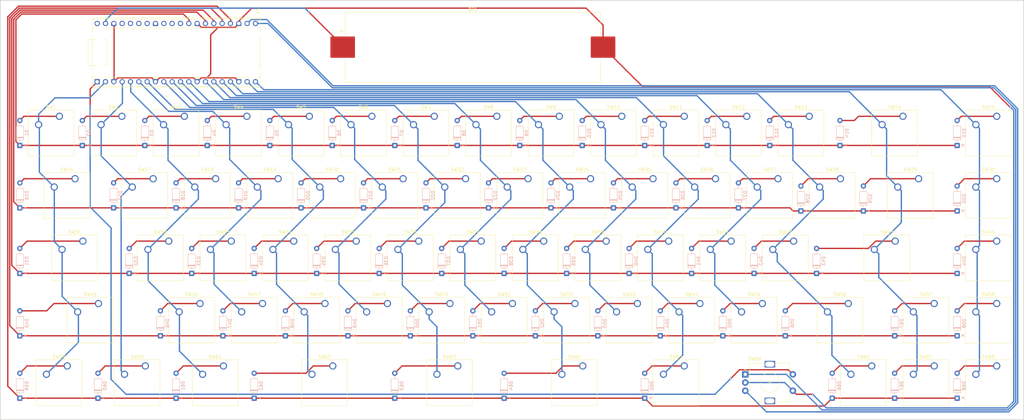
<source format=kicad_pcb>
(kicad_pcb (version 20241229) (generator "pcbnew") (generator_version "9.0")
  (layers (0 "F.Cu" signal) (2 "B.Cu" signal) (13 "F.Paste" user) (15 "B.Paste" user) (5 "F.SilkS" user "F.Silkscreen") (7 "B.SilkS" user "B.Silkscreen") (1 "F.Mask" user) (3 "B.Mask" user) (25 "Edge.Cuts" user))
  (net 0 "")
  (net 1 "Net-(BT1--)")
  (net 3 "Col10")
  (net 4 "Col12")
  (net 5 "Row5")
  (net 6 "Col15")
  (net 7 "Col1")
  (net 8 "Col9")
  (net 9 "Row1")
  (net 11 "Col5")
  (net 15 "Col7")
  (net 16 "Col11")
  (net 17 "Col13")
  (net 18 "Row4")
  (net 19 "Col14")
  (net 21 "Col4")
  (net 22 "Col3")
  (net 23 "Col2")
  (net 24 "Col6")
  (net 25 "Row3")
  (net 26 "Row2")
  (net 27 "Net-(A1-VSYS)")
  (net 28 "Col8")
  (net 30 "Net-(D1-A)")
  (net 31 "Net-(D2-A)")
  (net 32 "Net-(D3-A)")
  (net 33 "Net-(D4-A)")
  (net 34 "Net-(D5-A)")
  (net 35 "Net-(D6-A)")
  (net 36 "Net-(D7-A)")
  (net 37 "Net-(D8-A)")
  (net 38 "Net-(D9-A)")
  (net 39 "Net-(D10-A)")
  (net 40 "Net-(D11-A)")
  (net 41 "Net-(D12-A)")
  (net 42 "Net-(D13-A)")
  (net 43 "Net-(D14-A)")
  (net 44 "Net-(D15-A)")
  (net 45 "Net-(D16-A)")
  (net 46 "Net-(D17-A)")
  (net 47 "Net-(D18-A)")
  (net 48 "Net-(D19-A)")
  (net 49 "Net-(D20-A)")
  (net 50 "Net-(D21-A)")
  (net 51 "Net-(D22-A)")
  (net 52 "Net-(D23-A)")
  (net 53 "Net-(D24-A)")
  (net 54 "Net-(D25-A)")
  (net 55 "Net-(D26-A)")
  (net 56 "Net-(D27-A)")
  (net 57 "Net-(D28-A)")
  (net 58 "Net-(D29-A)")
  (net 59 "Net-(D30-A)")
  (net 60 "Net-(D31-A)")
  (net 61 "Net-(D32-A)")
  (net 62 "Net-(D33-A)")
  (net 63 "Net-(D34-A)")
  (net 64 "Net-(D35-A)")
  (net 65 "Net-(D36-A)")
  (net 66 "Net-(D37-A)")
  (net 67 "Net-(D38-A)")
  (net 68 "Net-(D39-A)")
  (net 69 "Net-(D40-A)")
  (net 70 "Net-(D41-A)")
  (net 71 "Net-(D42-A)")
  (net 72 "Net-(D43-A)")
  (net 73 "Net-(D44-A)")
  (net 74 "Net-(D45-A)")
  (net 75 "Net-(D46-A)")
  (net 76 "Net-(D47-A)")
  (net 77 "Net-(D48-A)")
  (net 78 "Net-(D49-A)")
  (net 79 "Net-(D50-A)")
  (net 80 "Net-(D51-A)")
  (net 81 "Net-(D52-A)")
  (net 82 "Net-(D53-A)")
  (net 83 "Net-(D54-A)")
  (net 84 "Net-(D55-A)")
  (net 85 "Net-(D56-A)")
  (net 86 "Net-(D57-A)")
  (net 87 "Net-(D58-A)")
  (net 88 "Net-(D59-A)")
  (net 89 "Net-(D60-A)")
  (net 90 "Net-(D61-A)")
  (net 91 "Net-(D62-A)")
  (net 92 "Net-(D63-A)")
  (net 93 "Net-(D64-A)")
  (net 94 "Net-(D65-A)")
  (net 95 "Net-(D66-A)")
  (net 96 "Net-(D67-A)")
  (net 97 "Net-(D68-A)")
  (net 98 "Net-(A1-GPIO0)")
  (net 99 "Net-(A1-GPIO16)")
  (net 100 "Net-(A1-GPIO17)")
  (footprint "Library:SW_Cherry_MX_1.00u_PCB_Model" (layer "F.Cu") (at 113.43 107.000625)
    (property "Reference" "SW48")
    (property "Value" "C")
  )
  (footprint "Library:SW_Cherry_MX_1.00u_PCB_Model" (layer "F.Cu") (at 132.48 107.000625)
    (property "Reference" "SW49")
    (property "Value" "V")
  )
  (footprint "Library:SW_Cherry_MX_1.00u_PCB_Model" (layer "F.Cu") (at 175.3425 68.900625)
    (property "Reference" "SW23")
    (property "Value" "U")
  )
  (footprint "Library:RotaryEncoder_Alps_EC11E-Switch_Vertical_H20mm_Model" (layer "F.Cu") (at 241.565 128.618125)
    (property "Reference" "SW69")
    (property "Value" "RotaryEncoder_Switch")
  )
  (footprint "Library:SW_Cherry_MX_1.00u_PCB_Model" (layer "F.Cu") (at 99.1425 68.900625)
    (property "Reference" "SW19")
    (property "Value" "E")
  )
  (footprint "Library:SW_Cherry_MX_1.00u_PCB_Model" (layer "F.Cu") (at 118.1925 68.900625)
    (property "Reference" "SW20")
    (property "Value" "R")
  )
  (footprint "Library:SW_Cherry_MX_1.00u_PCB_Model" (layer "F.Cu") (at 299.1675 126.050625)
    (property "Reference" "SW67")
    (property "Value" "down")
  )
  (footprint "Library:SW_Cherry_MX_1.00u_PCB_Model" (layer "F.Cu") (at 165.8175 49.850625)
    (property "Reference" "SW8")
    (property "Value" "7" (hide yes))
  )
  (footprint "Library:SW_Cherry_MX_1.75u_PCB_Model" (layer "F.Cu") (at 153.91125 126.050625)
    (property "Reference" "SW63")
    (property "Value" "func")
  )
  (footprint "Library:SW_Cherry_MX_1.00u_PCB_Model" (layer "F.Cu") (at 32.4675 49.850625)
    (property "Reference" "SW1")
    (property "Value" "esc")
  )
  (footprint "Library:SW_Cherry_MX_1.00u_PCB_Model" (layer "F.Cu") (at 280.1175 126.050625)
    (property "Reference" "SW66")
    (property "Value" "left")
  )
  (footprint "Library:SW_Cherry_MX_2.25u_PCB_Model" (layer "F.Cu") (at 44.37375 107.000625)
    (property "Reference" "SW45")
    (property "Value" "shift")
  )
  (footprint "Library:SW_Cherry_MX_1.00u_PCB_Model" (layer "F.Cu") (at 142.005 87.950625)
    (property "Reference" "SW36")
    (property "Value" "G")
  )
  (footprint "Library:SW_Cherry_MX_1.00u_PCB_Model" (layer "F.Cu") (at 242.0175 49.850625)
    (property "Reference" "SW12")
    (property "Value" "-")
  )
  (footprint "Library:SW_Cherry_MX_1.00u_PCB_Model" (layer "F.Cu") (at 318.2175 68.900625)
    (property "Reference" "SW30")
    (property "Value" "home")
  )
  (footprint "Library:SW_Cherry_MX_1.00u_PCB_Model" (layer "F.Cu") (at 180.105 87.950625)
    (property "Reference" "SW38")
    (property "Value" "J")
  )
  (footprint "Library:SW_Cherry_MX_1.00u_PCB_Model" (layer "F.Cu") (at 103.905 87.950625)
    (property "Reference" "SW34")
    (property "Value" "D")
  )
  (footprint "Library:SW_Cherry_MX_1.00u_PCB_Model" (layer "F.Cu") (at 156.2925 68.900625)
    (property "Reference" "SW22")
    (property "Value" "Y")
  )
  (footprint "Library:SW_Cherry_MX_1.00u_PCB_Model" (layer "F.Cu") (at 161.055 87.950625)
    (property "Reference" "SW37")
    (property "Value" "H")
  )
  (footprint "Library:SW_Cherry_MX_1.00u_PCB_Model" (layer "F.Cu") (at 318.2175 49.850625)
    (property "Reference" "SW15")
    (property "Value" "del")
  )
  (footprint "Library:SW_Cherry_MX_1.00u_PCB_Model" (layer "F.Cu") (at 108.6675 49.850625)
    (property "Reference" "SW5")
    (property "Value" "4")
  )
  (footprint "Library:SW_Cherry_MX_1.00u_PCB_Model" (layer "F.Cu") (at 94.38 107.000625)
    (property "Reference" "SW47")
    (property "Value" "X")
  )
  (footprint "Library:SW_Cherry_MX_2.00u_PCB_Model" (layer "F.Cu") (at 289.63625 49.850625)
    (property "Reference" "SW14")
    (property "Value" "Backspace")
  )
  (footprint "Library:SW_Cherry_MX_1.00u_PCB_Model" (layer "F.Cu") (at 70.5675 49.850625)
    (property "Reference" "SW3")
    (property "Value" "2")
  )
  (footprint "Library:SW_Cherry_MX_1.00u_PCB_Model" (layer "F.Cu") (at 261.0675 49.850625)
    (property "Reference" "SW13")
    (property "Value" "=")
  )
  (footprint "Library:SW_Cherry_MX_1.00u_PCB_Model" (layer "F.Cu") (at 318.2175 107.000625)
    (property "Reference" "SW58")
    (property "Value" "page down")
  )
  (footprint "Library:SW_Cherry_MX_1.00u_PCB_Model" (layer "F.Cu") (at 213.4425 68.900625)
    (property "Reference" "SW25")
    (property "Value" "O")
  )
  (footprint "Library:SW_Cherry_MX_1.00u_PCB_Model" (layer "F.Cu") (at 151.53 107.000625)
    (property "Reference" "SW50")
    (property "Value" "B")
  )
  (footprint "Library:SW_Cherry_MX_1.25u_PCB_Model" (layer "F.Cu") (at 34.84875 126.050625)
    (property "Reference" "SW59")
    (property "Value" "ctrl")
  )
  (footprint "Library:SW_Cherry_MX_1.50u_PCB_Model" (layer "F.Cu") (at 294.405 68.900625)
    (property "Reference" "SW29")
    (property "Value" "\\")
  )
  (footprint "Library:SW_Cherry_MX_1.00u_PCB_Model" (layer "F.Cu") (at 318.2175 87.950625)
    (property "Reference" "SW44")
    (property "Value" "page up")
  )
  (footprint "Library:SW_Cherry_MX_1.00u_PCB_Model" (layer "F.Cu") (at 127.7175 49.850625)
    (property "Reference" "SW6")
    (property "Value" "5")
  )
  (footprint "Library:SW_Cherry_MX_1.00u_PCB_Model" (layer "F.Cu") (at 75.33 107.000625)
    (property "Reference" "SW46")
    (property "Value" "Z")
  )
  (footprint "Library:SW_Cherry_MX_1.00u_PCB_Model" (layer "F.Cu") (at 184.8675 49.850625)
    (property "Reference" "SW9")
    (property "Value" "8")
  )
  (footprint "Library:SW_Cherry_MX_1.00u_PCB_Model" (layer "F.Cu") (at 170.58 107.000625)
    (property "Reference" "SW51")
    (property "Value" "N")
  )
  (footprint "Library:SW_Cherry_MX_1.75u_PCB_Model" (layer "F.Cu") (at 39.61125 87.950625)
    (property "Reference" "SW31")
    (property "Value" "caps lock")
  )
  (footprint "Library:SW_Cherry_MX_1.00u_PCB_Model" (layer "F.Cu") (at 318.2175 126.050625)
    (property "Reference" "SW68")
    (property "Value" "right")
  )
  (footprint "Library:SW_Cherry_MX_1.00u_PCB_Model" (layer "F.Cu") (at 194.3925 68.900625)
    (property "Reference" "SW24")
    (property "Value" "I")
  )
  (footprint "Library:SW_Cherry_MX_1.00u_PCB_Model" (layer "F.Cu") (at 299.1675 107.000625)
    (property "Reference" "SW57")
    (property "Value" "up")
  )
  (footprint "Library:SW_Cherry_MX_1.00u_PCB_Model" (layer "F.Cu") (at 208.68 107.000625)
    (property "Reference" "SW53")
    (property "Value" ",")
  )
  (footprint "Library:SW_Cherry_MX_2.25u_PCB_Model" (layer "F.Cu") (at 287.26125 87.950625)
    (property "Reference" "SW43")
    (property "Value" "enter")
  )
  (footprint "Library:RaspberryPi_Pico_Common_THT_Model" (layer "F.Cu") (at 43.97375 39.290625 90)
    (property "Reference" "A1")
    (property "Value" "RaspberryPi_Pico_W")
  )
  (footprint "Library:SW_Cherry_MX_1.00u_PCB_Model" (layer "F.Cu") (at 137.2425 68.900625)
    (property "Reference" "SW21")
    (property "Value" "T")
  )
  (footprint "Library:SW_Cherry_MX_1.00u_PCB_Model" (layer "F.Cu") (at 251.5425 68.900625)
    (property "Reference" "SW27")
    (property "Value" "[")
  )
  (footprint "Library:SW_Cherry_MX_1.00u_PCB_Model" (layer "F.Cu") (at 199.155 87.950625)
    (property "Reference" "SW39")
    (property "Value" "K")
  )
  (footprint "Library:SW_Cherry_MX_1.25u_PCB_Model" (layer "F.Cu") (at 58.66125 126.050625)
    (property "Reference" "SW60")
    (property "Value" "alt")
  )
  (footprint "Library:SW_Cherry_MX_1.00u_PCB_Model" (layer "F.Cu") (at 61.0425 68.900625)
    (property "Reference" "SW17")
    (property "Value" "Q")
  )
  (footprint "Library:SW_Cherry_MX_1.00u_PCB_Model" (layer "F.Cu") (at 222.9675 49.850625)
    (property "Reference" "SW11")
    (property "Value" "0")
  )
  (footprint "Battery:BatteryHolder_Keystone_1042_1x18650" (layer "F.Cu") (at 158.515 28.736875)
    (property "Reference" "BT1")
    (property "Value" "Battery_Cell")
  )
  (footprint "Library:SW_Cherry_MX_1.00u_PCB_Model" (layer "F.Cu") (at 246.78 107.000625)
    (property "Reference" "SW55")
    (property "Value" "/")
  )
  (footprint "Library:SW_Cherry_MX_1.00u_PCB_Model" (layer "F.Cu") (at 189.63 107.000625)
    (property "Reference" "SW52")
    (property "Value" "M")
  )
  (footprint "Library:SW_Cherry_MX_1.50u_PCB_Model" (layer "F.Cu") (at 37.23 68.900625)
    (property "Reference" "SW16")
    (property "Value" "tab")
  )
  (footprint "Library:SW_Cherry_MX_1.00u_PCB_Model" (layer "F.Cu") (at 256.305 87.950625)
    (property "Reference" "SW42")
    (property "Value" "'")
  )
  (footprint "Library:SW_Cherry_MX_1.00u_PCB_Model" (layer "F.Cu") (at 203.9175 49.850625)
    (property "Reference" "SW10")
    (property "Value" "9")
  )
  (footprint "Library:SW_Cherry_MX_2.25u_PCB_Model" (layer "F.Cu") (at 192.01125 126.050625)
    (property "Reference" "SW64")
    (property "Value" "space")
  )
  (footprint "Library:SW_Cherry_MX_2.25u_PCB_Model" (layer "F.Cu") (at 115.81125 126.050625)
    (property "Reference" "SW62")
    (property "Value" "space")
  )
  (footprint "Library:SW_Cherry_MX_1.00u_PCB_Model" (layer "F.Cu") (at 84.855 87.950625)
    (property "Reference" "SW33")
    (property "Value" "S")
  )
  (footprint "Library:SW_Cherry_MX_1.00u_PCB_Model" (layer "F.Cu") (at 237.255 87.950625)
    (property "Reference" "SW41")
    (property "Value" ";")
  )
  (footprint "Library:SW_Cherry_MX_1.00u_PCB_Model" (layer "F.Cu") (at 80.0925 68.900625)
    (property "Reference" "SW18")
    (property "Value" "W")
  )
  (footprint "Library:SW_Cherry_MX_1.00u_PCB_Model" (layer "F.Cu") (at 51.5175 49.850625)
    (property "Reference" "SW2")
    (property "Value" "1")
  )
  (footprint "Library:SW_Cherry_MX_1.00u_PCB_Model" (layer "F.Cu") (at 218.205 87.950625)
    (property "Reference" "SW40")
    (property "Value" "L")
  )
  (footprint "Library:SW_Cherry_MX_1.75u_PCB_Model" (layer "F.Cu") (at 272.97375 107.000625)
    (property "Reference" "SW56")
    (property "Value" "shift")
  )
  (footprint "Library:SW_Cherry_MX_1.00u_PCB_Model" (layer "F.Cu") (at 146.7675 49.850625)
    (property "Reference" "SW7")
    (property "Value" "6")
  )
  (footprint "Library:SW_Cherry_MX_1.00u_PCB_Model" (layer "F.Cu") (at 89.6175 49.850625)
    (property "Reference" "SW4")
    (property "Value" "3")
  )
  (footprint "Library:SW_Cherry_MX_1.00u_PCB_Model" (layer "F.Cu") (at 232.4925 68.900625)
    (property "Reference" "SW26")
    (property "Value" "P")
  )
  (footprint "Library:SW_Cherry_MX_1.00u_PCB_Model" (layer "F.Cu") (at 122.955 87.950625)
    (property "Reference" "SW35")
    (property "Value" "F")
  )
  (footprint "Library:SW_Cherry_MX_1.00u_PCB_Model" (layer "F.Cu") (at 222.9675 126.050625)
    (property "Reference" "SW65")
    (property "Value" "alt")
  )
  (footprint "Library:SW_Cherry_MX_1.00u_PCB_Model" (layer "F.Cu") (at 65.805 87.950625)
    (property "Reference" "SW32")
    (property "Value" "A")
  )
  (footprint "Library:SW_Cherry_MX_1.00u_PCB_Model" (layer "F.Cu") (at 270.5925 68.900625)
    (property "Reference" "SW28")
    (property "Value" "]")
  )
  (footprint "Library:SW_Cherry_MX_1.00u_PCB_Model" (layer "F.Cu") (at 227.73 107.000625)
    (property "Reference" "SW54")
    (property "Value" ".")
  )
  (footprint "Library:SW_Cherry_MX_1.25u_PCB_Model" (layer "F.Cu") (at 82.47375 126.050625)
    (property "Reference" "SW61")
    (property "Value" "gui")
  )
  (footprint "Diode_THT:D_DO-35_SOD27_P7.62mm_Horizontal" (layer "B.Cu") (at 234.715 116.843125 90)
    (property "Reference" "D55")
    (property "Value" "/")
  )
  (footprint "Diode_THT:D_DO-35_SOD27_P7.62mm_Horizontal" (layer "B.Cu") (at 77.5525 58.740625 90)
    (property "Reference" "D4")
    (property "Value" "3")
  )
  (footprint "Diode_THT:D_DO-35_SOD27_P7.62mm_Horizontal" (layer "B.Cu") (at 306.1525 78.743125 90)
    (property "Reference" "D30")
    (property "Value" "home")
  )
  (footprint "Diode_THT:D_DO-35_SOD27_P7.62mm_Horizontal" (layer "B.Cu") (at 187.09 97.793125 90)
    (property "Reference" "D39")
    (property "Value" "K")
  )
  (footprint "Diode_THT:D_DO-35_SOD27_P7.62mm_Horizontal" (layer "B.Cu") (at 96.6025 58.740625 90)
    (property "Reference" "D5")
    (property "Value" "4")
  )
  (footprint "Diode_THT:D_DO-35_SOD27_P7.62mm_Horizontal" (layer "B.Cu") (at 82.315 116.843125 90)
    (property "Reference" "D47")
    (property "Value" "X")
  )
  (footprint "Diode_THT:D_DO-35_SOD27_P7.62mm_Horizontal" (layer "B.Cu") (at 206.14 97.793125 90)
    (property "Reference" "D40")
    (property "Value" "L")
  )
  (footprint "Diode_THT:D_DO-35_SOD27_P7.62mm_Horizontal" (layer "B.Cu") (at 134.7025 58.740625 90)
    (property "Reference" "D7")
    (property "Value" "6")
  )
  (footprint "Diode_THT:D_DO-35_SOD27_P7.62mm_Horizontal" (layer "B.Cu") (at 263.29 97.793125 90)
    (property "Reference" "D43")
    (property "Value" "enter")
  )
  (footprint "Diode_THT:D_DO-35_SOD27_P7.62mm_Horizontal" (layer "B.Cu") (at 101.365 116.843125 90)
    (property "Reference" "D48")
    (property "Value" "C")
  )
  (footprint "Diode_THT:D_DO-35_SOD27_P7.62mm_Horizontal" (layer "B.Cu") (at 158.515 116.843125 90)
    (property "Reference" "D51")
    (property "Value" "N")
  )
  (footprint "Diode_THT:D_DO-35_SOD27_P7.62mm_Horizontal" (layer "B.Cu") (at 106.1275 77.790625 90)
    (property "Reference" "D20")
    (property "Value" "R")
  )
  (footprint "Diode_THT:D_DO-35_SOD27_P7.62mm_Horizontal" (layer "B.Cu") (at 210.9025 58.740625 90)
    (property "Reference" "D11")
    (property "Value" "0")
  )
  (footprint "Diode_THT:D_DO-35_SOD27_P7.62mm_Horizontal" (layer "B.Cu") (at 139.465 116.843125 90)
    (property "Reference" "D50")
    (property "Value" "B")
  )
  (footprint "Diode_THT:D_DO-35_SOD27_P7.62mm_Horizontal" (layer "B.Cu") (at 39.4525 58.740625 90)
    (property "Reference" "D2")
    (property "Value" "1")
  )
  (footprint "Diode_THT:D_DO-35_SOD27_P7.62mm_Horizontal" (layer "B.Cu") (at 258.5275 78.743125 90)
    (property "Reference" "D28")
    (property "Value" "]")
  )
  (footprint "Diode_THT:D_DO-35_SOD27_P7.62mm_Horizontal" (layer "B.Cu") (at 225.19 97.793125 90)
    (property "Reference" "D41")
    (property "Value" ";")
  )
  (footprint "Diode_THT:D_DO-35_SOD27_P7.62mm_Horizontal" (layer "B.Cu") (at 134.7025 135.893125 90)
    (property "Reference" "D63")
    (property "Value" "func")
  )
  (footprint "Diode_THT:D_DO-35_SOD27_P7.62mm_Horizontal" (layer "B.Cu") (at 20.4025 116.843125 90)
    (property "Reference" "D45")
    (property "Value" "shift")
  )
  (footprint "Diode_THT:D_DO-35_SOD27_P7.62mm_Horizontal" (layer "B.Cu") (at 87.0775 77.790625 90)
    (property "Reference" "D19")
    (property "Value" "E")
  )
  (footprint "Diode_THT:D_DO-35_SOD27_P7.62mm_Horizontal" (layer "B.Cu") (at 91.84 135.893125 90)
    (property "Reference" "D62")
    (property "Value" "space")
  )
  (footprint "Diode_THT:D_DO-35_SOD27_P7.62mm_Horizontal" (layer "B.Cu") (at 148.99 97.793125 90)
    (property "Reference" "D37")
    (property "Value" "H")
  )
  (footprint "Diode_THT:D_DO-35_SOD27_P7.62mm_Horizontal" (layer "B.Cu") (at 306.1525 135.893125 90)
    (property "Reference" "D68")
    (property "Value" "right")
  )
  (footprint "Diode_THT:D_DO-35_SOD27_P7.62mm_Horizontal" (layer "B.Cu") (at 201.3775 77.790625 90)
    (property "Reference" "D25")
    (property "Value" "O")
  )
  (footprint "Diode_THT:D_DO-35_SOD27_P7.62mm_Horizontal" (layer "B.Cu") (at 277.5775 78.743125 90)
    (property "Reference" "D29")
    (property "Value" "\\")
  )
  (footprint "Diode_THT:D_DO-35_SOD27_P7.62mm_Horizontal" (layer "B.Cu") (at 72.79 97.793125 90)
    (property "Reference" "D33")
    (property "Value" "S")
  )
  (footprint "Diode_THT:D_DO-35_SOD27_P7.62mm_Horizontal" (layer "B.Cu") (at 168.04 97.793125 90)
    (property "Reference" "D38")
    (property "Value" "J")
  )
  (footprint "Diode_THT:D_DO-35_SOD27_P7.62mm_Horizontal" (layer "B.Cu") (at 20.4025 97.793125 90)
    (property "Reference" "D31")
    (property "Value" "caps lock")
  )
  (footprint "Diode_THT:D_DO-35_SOD27_P7.62mm_Horizontal" (layer "B.Cu") (at 306.1525 58.740625 90)
    (property "Reference" "D15")
    (property "Value" "del")
  )
  (footprint "Diode_THT:D_DO-35_SOD27_P7.62mm_Horizontal" (layer "B.Cu") (at 125.1775 77.790625 90)
    (property "Reference" "D21")
    (property "Value" "T")
  )
  (footprint "Diode_THT:D_DO-35_SOD27_P7.62mm_Horizontal" (layer "B.Cu") (at 268.0525 135.893125 90)
    (property "Reference" "D66")
    (property "Value" "left")
  )
  (footprint "Diode_THT:D_DO-35_SOD27_P7.62mm_Horizontal" (layer "B.Cu") (at 110.89 97.793125 90)
    (property "Reference" "D35")
    (property "Value" "F")
  )
  (footprint "Diode_THT:D_DO-35_SOD27_P7.62mm_Horizontal" (layer "B.Cu") (at 58.5025 58.740625 90)
    (property "Reference" "D3")
    (property "Value" "2")
  )
  (footprint "Diode_THT:D_DO-35_SOD27_P7.62mm_Horizontal" (layer "B.Cu") (at 20.4025 77.790625 90)
    (property "Reference" "D16")
    (property "Value" "tab")
  )
  (footprint "Diode_THT:D_DO-35_SOD27_P7.62mm_Horizontal" (layer "B.Cu") (at 287.1025 116.843125 90)
    (property "Reference" "D57")
    (property "Value" "up")
  )
  (footprint "Diode_THT:D_DO-35_SOD27_P7.62mm_Horizontal" (layer "B.Cu") (at 239.4775 77.790625 90)
    (property "Reference" "D27")
    (property "Value" "[")
  )
  (footprint "Diode_THT:D_DO-35_SOD27_P7.62mm_Horizontal" (layer "B.Cu") (at 68.0275 77.790625 90)
    (property "Reference" "D18")
    (property "Value" "W")
  )
  (footprint "Diode_THT:D_DO-35_SOD27_P7.62mm_Horizontal" (layer "B.Cu") (at 68.0275 135.893125 90)
    (property "Reference" "D61")
    (property "Value" "gui")
  )
  (footprint "Diode_THT:D_DO-35_SOD27_P7.62mm_Horizontal" (layer "B.Cu") (at 182.3275 77.790625 90)
    (property "Reference" "D24")
    (property "Value" "I")
  )
  (footprint "Diode_THT:D_DO-35_SOD27_P7.62mm_Horizontal" (layer "B.Cu") (at 48.9775 77.790625 90)
    (property "Reference" "D17")
    (property "Value" "Q")
  )
  (footprint "Diode_THT:D_DO-35_SOD27_P7.62mm_Horizontal" (layer "B.Cu") (at 120.415 116.843125 90)
    (property "Reference" "D49")
    (property "Value" "V")
  )
  (footprint "Diode_THT:D_DO-35_SOD27_P7.62mm_Horizontal" (layer "B.Cu") (at 20.4025 58.740625 90)
    (property "Reference" "D1")
    (property "Value" "esc")
  )
  (footprint "Diode_THT:D_DO-35_SOD27_P7.62mm_Horizontal" (layer "B.Cu") (at 287.1025 135.893125 90)
    (property "Reference" "D67")
    (property "Value" "down")
  )
  (footprint "Diode_THT:D_DO-35_SOD27_P7.62mm_Horizontal" (layer "B.Cu") (at 91.84 97.793125 90)
    (property "Reference" "D34")
    (property "Value" "D")
  )
  (footprint "Diode_THT:D_DO-35_SOD27_P7.62mm_Horizontal" (layer "B.Cu") (at 177.565 116.843125 90)
    (property "Reference" "D52")
    (property "Value" "M")
  )
  (footprint "Diode_THT:D_DO-35_SOD27_P7.62mm_Horizontal" (layer "B.Cu") (at 153.7525 58.740625 90)
    (property "Reference" "D8")
    (property "Value" "7")
  )
  (footprint "Diode_THT:D_DO-35_SOD27_P7.62mm_Horizontal" (layer "B.Cu") (at 220.4275 77.790625 90)
    (property "Reference" "D26")
    (property "Value" "P")
  )
  (footprint "Diode_THT:D_DO-35_SOD27_P7.62mm_Horizontal" (layer "B.Cu") (at 144.2275 77.790625 90)
    (property "Reference" "D22")
    (property "Value" "Y")
  )
  (footprint "Diode_THT:D_DO-35_SOD27_P7.62mm_Horizontal" (layer "B.Cu") (at 306.1525 97.793125 90)
    (property "Reference" "D44")
    (property "Value" "page up")
  )
  (footprint "Diode_THT:D_DO-35_SOD27_P7.62mm_Horizontal" (layer "B.Cu") (at 191.8525 58.740625 90)
    (property "Reference" "D10")
    (property "Value" "9")
  )
  (footprint "Diode_THT:D_DO-35_SOD27_P7.62mm_Horizontal" (layer "B.Cu") (at 168.04 135.893125 90)
    (property "Reference" "D64")
    (property "Value" "space")
  )
  (footprint "Diode_THT:D_DO-35_SOD27_P7.62mm_Horizontal" (layer "B.Cu") (at 115.6525 58.740625 90)
    (property "Reference" "D6")
    (property "Value" "5")
  )
  (footprint "Diode_THT:D_DO-35_SOD27_P7.62mm_Horizontal" (layer "B.Cu") (at 270.43375 58.740625 90)
    (property "Reference" "D14")
    (property "Value" "Backspace")
  )
  (footprint "Diode_THT:D_DO-35_SOD27_P7.62mm_Horizontal" (layer "B.Cu") (at 163.2775 77.790625 90)
    (property "Reference" "D23")
    (property "Value" "U")
  )
  (footprint "Diode_THT:D_DO-35_SOD27_P7.62mm_Horizontal" (layer "B.Cu") (at 129.94 97.793125 90)
    (property "Reference" "D36")
    (property "Value" "G")
  )
  (footprint "Diode_THT:D_DO-35_SOD27_P7.62mm_Horizontal" (layer "B.Cu") (at 63.265 116.843125 90)
    (property "Reference" "D46")
    (property "Value" "Z")
  )
  (footprint "Diode_THT:D_DO-35_SOD27_P7.62mm_Horizontal" (layer "B.Cu") (at 244.24 97.793125 90)
    (property "Reference" "D42")
    (property "Value" "'")
  )
  (footprint "Diode_THT:D_DO-35_SOD27_P7.62mm_Horizontal" (layer "B.Cu") (at 249.0025 58.740625 90)
    (property "Reference" "D13")
    (property "Value" "=")
  )
  (footprint "Diode_THT:D_DO-35_SOD27_P7.62mm_Horizontal" (layer "B.Cu") (at 306.1525 116.843125 90)
    (property "Reference" "D58")
    (property "Value" "page down")
  )
  (footprint "Diode_THT:D_DO-35_SOD27_P7.62mm_Horizontal" (layer "B.Cu") (at 20.4025 135.893125 90)
    (property "Reference" "D59")
    (property "Value" "ctrl")
  )
  (footprint "Diode_THT:D_DO-35_SOD27_P7.62mm_Horizontal" (layer "B.Cu") (at 210.9025 135.893125 90)
    (property "Reference" "D65")
    (property "Value" "alt")
  )
  (footprint "Diode_THT:D_DO-35_SOD27_P7.62mm_Horizontal" (layer "B.Cu") (at 253.765 116.843125 90)
    (property "Reference" "D56")
    (property "Value" "shift")
  )
  (footprint "Diode_THT:D_DO-35_SOD27_P7.62mm_Horizontal" (layer "B.Cu") (at 44.215 135.893125 90)
    (property "Reference" "D60")
    (property "Value" "alt")
  )
  (footprint "Diode_THT:D_DO-35_SOD27_P7.62mm_Horizontal" (layer "B.Cu") (at 53.74 97.793125 90)
    (property "Reference" "D32")
    (property "Value" "A")
  )
  (footprint "Diode_THT:D_DO-35_SOD27_P7.62mm_Horizontal" (layer "B.Cu") (at 172.8025 58.740625 90)
    (property "Reference" "D9")
    (property "Value" "8")
  )
  (footprint "Diode_THT:D_DO-35_SOD27_P7.62mm_Horizontal" (layer "B.Cu") (at 229.9525 58.740625 90)
    (property "Reference" "D12")
    (property "Value" "-")
  )
  (footprint "Diode_THT:D_DO-35_SOD27_P7.62mm_Horizontal" (layer "B.Cu") (at 215.665 116.843125 90)
    (property "Reference" "D54")
    (property "Value" ".")
  )
  (footprint "Diode_THT:D_DO-35_SOD27_P7.62mm_Horizontal" (layer "B.Cu") (at 196.615 116.843125 90)
    (property "Reference" "D53")
    (property "Value" ",")
  )
  (gr_rect (start 14.449375 14.449375) (end 326.449375 142.449375) (stroke (width 0.2)) (fill no) (layer "Edge.Cuts"))
  (segment (start 198.205 28.736875) (end 198.205 21.9925) (width 0.4) (layer "F.Cu") (net 1))
  (segment (start 257.149375 134.7025) (end 262.099375 134.7025) (width 0.4) (layer "F.Cu") (net 1))
  (segment (start 86.032125 22.711625) (end 87.233125 21.510625) (width 0.4) (layer "F.Cu") (net 1))
  (segment (start 80.9625 22.711625) (end 86.032125 22.711625) (width 0.4) (layer "F.Cu") (net 1))
  (segment (start 87.233125 20.705625) (end 87.233125 21.510625) (width 0.4) (layer "F.Cu") (net 1))
  (segment (start 210.11125 40.643125) (end 198.205 28.736875) (width 0.4) (layer "F.Cu") (net 1))
  (segment (start 86.032125 38.089625) (end 87.233125 39.290625) (width 0.4) (layer "F.Cu") (net 1))
  (segment (start 74.533125 21.510625) (end 75.734125 22.711625) (width 0.4) (layer "F.Cu") (net 1))
  (segment (start 322.326275 47.091225) (end 315.878175 40.643125) (width 0.4) (layer "F.Cu") (net 1))
  (segment (start 50.334125 38.089625) (end 60.632125 38.089625) (width 0.4) (layer "F.Cu") (net 1))
  (segment (start 61.833125 39.290625) (end 63.034125 38.089625) (width 0.4) (layer "F.Cu") (net 1))
  (segment (start 75.734125 38.089625) (end 77.390625 38.089625) (width 0.4) (layer "F.Cu") (net 1))
  (segment (start 63.034125 38.089625) (end 73.332125 38.089625) (width 0.4) (layer "F.Cu") (net 1))
  (segment (start 75.734125 22.711625) (end 80.9625 22.711625) (width 0.4) (layer "F.Cu") (net 1))
  (segment (start 78.58125 25.003125) (end 78.58125 36.899) (width 0.4) (layer "F.Cu") (net 1))
  (segment (start 315.878175 40.643125) (end 210.11125 40.643125) (width 0.4) (layer "F.Cu") (net 1))
  (segment (start 74.533125 39.290625) (end 75.734125 38.089625) (width 0.4) (layer "F.Cu") (net 1))
  (segment (start 73.332125 38.089625) (end 74.533125 39.290625) (width 0.4) (layer "F.Cu") (net 1))
  (segment (start 80.9625 22.711625) (end 80.87275 22.711625) (width 0.4) (layer "F.Cu") (net 1))
  (segment (start 78.58125 36.899) (end 77.390625 38.089625) (width 0.4) (layer "F.Cu") (net 1))
  (segment (start 91.108125 16.830625) (end 87.233125 20.705625) (width 0.4) (layer "F.Cu") (net 1))
  (segment (start 198.205 21.9925) (end 193.043125 16.830625) (width 0.4) (layer "F.Cu") (net 1))
  (segment (start 60.632125 38.089625) (end 61.833125 39.290625) (width 0.4) (layer "F.Cu") (net 1))
  (segment (start 256.065 133.618125) (end 257.149375 134.7025) (width 0.4) (layer "F.Cu") (net 1))
  (segment (start 77.390625 38.089625) (end 86.032125 38.089625) (width 0.4) (layer "F.Cu") (net 1))
  (segment (start 193.043125 16.830625) (end 91.108125 16.830625) (width 0.4) (layer "F.Cu") (net 1))
  (segment (start 49.133125 39.290625) (end 50.334125 38.089625) (width 0.4) (layer "F.Cu") (net 1))
  (segment (start 80.87275 22.711625) (end 78.58125 25.003125) (width 0.4) (layer "F.Cu") (net 1))
  (segment (start 49.133125 21.510625) (end 49.133125 39.290625) (width 0.4) (layer "F.Cu") (net 1))
  (via (at 322.326275 47.091225) (size 0.6) (drill 0.3) (layers "F.Cu" "B.Cu") (net 1))
  (via (at 262.099375 134.7025) (size 0.6) (drill 0.3) (layers "F.Cu" "B.Cu") (net 1))
  (segment (start 323.410875 48.035817) (end 322.396279 47.021221) (width 0.4) (layer "B.Cu") (net 1))
  (segment (start 322.396279 137.849404) (end 323.410875 136.834808) (width 0.4) (layer "B.Cu") (net 1))
  (segment (start 322.396279 47.021221) (end 322.326275 47.091225) (width 0.4) (layer "B.Cu") (net 1))
  (segment (start 321.381683 138.864) (end 322.396279 137.849404) (width 0.4) (layer "B.Cu") (net 1))
  (segment (start 262.099375 134.7025) (end 266.260875 138.864) (width 0.4) (layer "B.Cu") (net 1))
  (segment (start 323.410875 136.834808) (end 323.410875 134.7025) (width 0.4) (layer "B.Cu") (net 1))
  (segment (start 266.260875 138.864) (end 269.243125 138.864) (width 0.4) (layer "B.Cu") (net 1))
  (segment (start 323.410875 134.7025) (end 323.410875 48.035817) (width 0.4) (layer "B.Cu") (net 1))
  (segment (start 256.065 133.618125) (end 253.565 131.118125) (width 0.4) (layer "B.Cu") (net 1))
  (segment (start 269.243125 138.864) (end 321.381683 138.864) (width 0.4) (layer "B.Cu") (net 1))
  (segment (start 253.565 131.118125) (end 241.565 131.118125) (width 0.4) (layer "B.Cu") (net 1))
  (segment (start 82.526125 44.743625) (end 189.9205 44.743625) (width 0.4) (layer "B.Cu") (net 3))
  (segment (start 202.33 109.540625) (end 194.164 101.374625) (width 0.4) (layer "B.Cu") (net 3))
  (segment (start 189.9205 44.743625) (end 197.5675 52.390625) (width 0.4) (layer "B.Cu") (net 3))
  (segment (start 207.0925 71.440625) (end 198.9265 63.274625) (width 0.4) (layer "B.Cu") (net 3))
  (segment (start 192.805 90.490625) (end 208.192499 75.103126) (width 0.4) (layer "B.Cu") (net 3))
  (segment (start 198.9265 63.274625) (end 198.9265 53.749625) (width 0.4) (layer "B.Cu") (net 3))
  (segment (start 208.192499 72.540624) (end 207.0925 71.440625) (width 0.4) (layer "B.Cu") (net 3))
  (segment (start 208.192499 75.103126) (end 208.192499 72.540624) (width 0.4) (layer "B.Cu") (net 3))
  (segment (start 77.073125 39.290625) (end 82.526125 44.743625) (width 0.4) (layer "B.Cu") (net 3))
  (segment (start 198.9265 53.749625) (end 197.5675 52.390625) (width 0.4) (layer "B.Cu") (net 3))
  (segment (start 194.164 101.374625) (end 194.164 91.849625) (width 0.4) (layer "B.Cu") (net 3))
  (segment (start 194.164 91.849625) (end 192.805 90.490625) (width 0.4) (layer "B.Cu") (net 3))
  (segment (start 245.1925 71.440625) (end 245.390937 71.639062) (width 0.4) (layer "B.Cu") (net 4))
  (segment (start 246.292499 75.103126) (end 246.292499 72.540624) (width 0.4) (layer "B.Cu") (net 4))
  (segment (start 246.292499 72.540624) (end 245.1925 71.440625) (width 0.4) (layer "B.Cu") (net 4))
  (segment (start 232.264 91.849625) (end 230.905 90.490625) (width 0.4) (layer "B.Cu") (net 4))
  (segment (start 230.905 90.490625) (end 246.292499 75.103126) (width 0.4) (layer "B.Cu") (net 4))
  (segment (start 237.0265 53.749625) (end 235.6675 52.390625) (width 0.4) (layer "B.Cu") (net 4))
  (segment (start 226.8185 43.541625) (end 235.6675 52.390625) (width 0.4) (layer "B.Cu") (net 4))
  (segment (start 82.153125 39.290625) (end 86.404125 43.541625) (width 0.4) (layer "B.Cu") (net 4))
  (segment (start 240.43 109.540625) (end 232.264 101.374625) (width 0.4) (layer "B.Cu") (net 4))
  (segment (start 245.390937 71.639062) (end 245.390937 71.639063) (width 0.4) (layer "B.Cu") (net 4))
  (segment (start 232.264 101.374625) (end 232.264 91.849625) (width 0.4) (layer "B.Cu") (net 4))
  (segment (start 86.404125 43.541625) (end 226.8185 43.541625) (width 0.4) (layer "B.Cu") (net 4))
  (segment (start 230.905 90.490625) (end 231.69875 91.284375) (width 0.4) (layer "B.Cu") (net 4))
  (segment (start 237.0265 63.274625) (end 237.0265 53.749625) (width 0.4) (layer "B.Cu") (net 4))
  (segment (start 245.1925 71.440625) (end 237.0265 63.274625) (width 0.4) (layer "B.Cu") (net 4))
  (segment (start 19.977732 16.236875) (end 16.71925 19.495357) (width 0.4) (layer "F.Cu") (net 5))
  (segment (start 306.1525 135.893125) (end 268.0525 135.893125) (width 0.4) (layer "F.Cu") (net 5))
  (segment (start 80.550745 16.236875) (end 84.693125 20.379255) (width 0.4) (layer "F.Cu") (net 5))
  (segment (start 16.71925 132.209875) (end 20.4025 135.893125) (width 0.4) (layer "F.Cu") (net 5))
  (segment (start 268.0525 135.893125) (end 265.67125 138.274375) (width 0.4) (layer "F.Cu") (net 5))
  (segment (start 210.9025 135.893125) (end 20.4025 135.893125) (width 0.4) (layer "F.Cu") (net 5))
  (segment (start 19.977732 16.236875) (end 80.550745 16.236875) (width 0.4) (layer "F.Cu") (net 5))
  (segment (start 16.71925 19.495357) (end 16.71925 132.209875) (width 0.4) (layer "F.Cu") (net 5))
  (segment (start 265.67125 138.274375) (end 213.28375 138.274375) (width 0.4) (layer "F.Cu") (net 5))
  (segment (start 213.28375 138.274375) (end 210.9025 135.893125) (width 0.4) (layer "F.Cu") (net 5))
  (segment (start 84.693125 20.379255) (end 84.693125 21.510625) (width 0.4) (layer "F.Cu") (net 5))
  (segment (start 311.8675 90.490625) (end 312.967499 89.390626) (width 0.4) (layer "B.Cu") (net 6))
  (segment (start 311.8675 109.540625) (end 312.264375 109.14375) (width 0.4) (layer "B.Cu") (net 6))
  (segment (start 312.967499 53.490624) (end 311.8675 52.390625) (width 0.4) (layer "B.Cu") (net 6))
  (segment (start 94.761125 41.738625) (end 301.2155 41.738625) (width 0.4) (layer "B.Cu") (net 6))
  (segment (start 311.8675 128.590625) (end 312.967499 127.490626) (width 0.4) (layer "B.Cu") (net 6))
  (segment (start 312.967499 70.340626) (end 312.967499 53.490624) (width 0.4) (layer "B.Cu") (net 6))
  (segment (start 92.313125 39.290625) (end 94.761125 41.738625) (width 0.4) (layer "B.Cu") (net 6))
  (segment (start 312.264375 109.14375) (end 312.264375 90.8875) (width 0.4) (layer "B.Cu") (net 6))
  (segment (start 301.2155 41.738625) (end 311.8675 52.390625) (width 0.4) (layer "B.Cu") (net 6))
  (segment (start 312.264375 90.8875) (end 311.8675 90.490625) (width 0.4) (layer "B.Cu") (net 6))
  (segment (start 312.967499 110.640624) (end 311.8675 109.540625) (width 0.4) (layer "B.Cu") (net 6))
  (segment (start 311.8675 71.440625) (end 312.967499 70.340626) (width 0.4) (layer "B.Cu") (net 6))
  (segment (start 312.967499 89.390626) (end 312.967499 72.540624) (width 0.4) (layer "B.Cu") (net 6))
  (segment (start 312.967499 72.540624) (end 311.8675 71.440625) (width 0.4) (layer "B.Cu") (net 6))
  (segment (start 312.967499 127.490626) (end 312.967499 110.640624) (width 0.4) (layer "B.Cu") (net 6))
  (segment (start 33.26125 90.490625) (end 30.911 88.140375) (width 0.4) (layer "B.Cu") (net 7))
  (segment (start 26.1175 52.390625) (end 26.1175 49.215625) (width 0.4) (layer "B.Cu") (net 7))
  (segment (start 30.911 88.140375) (end 30.911 71.471625) (width 0.4) (layer "B.Cu") (net 7))
  (segment (start 38.261875 118.8275) (end 38.261875 109.77875) (width 0.4) (layer "B.Cu") (net 7))
  (segment (start 26.355625 52.62875) (end 26.1175 52.390625) (width 0.4) (layer "B.Cu") (net 7))
  (segment (start 41.66875 44.215) (end 46.593125 39.290625) (width 0.4) (layer "B.Cu") (net 7))
  (segment (start 30.88 71.440625) (end 26.355625 66.91625) (width 0.4) (layer "B.Cu") (net 7))
  (segment (start 26.1175 49.215625) (end 31.118125 44.215) (width 0.4) (layer "B.Cu") (net 7))
  (segment (start 30.911 71.471625) (end 30.88 71.440625) (width 0.4) (layer "B.Cu") (net 7))
  (segment (start 33.29225 90.521625) (end 33.26125 90.490625) (width 0.4) (layer "B.Cu") (net 7))
  (segment (start 31.118125 44.215) (end 41.66875 44.215) (width 0.4) (layer "B.Cu") (net 7))
  (segment (start 28.49875 128.590625) (end 38.261875 118.8275) (width 0.4) (layer "B.Cu") (net 7))
  (segment (start 26.355625 66.91625) (end 26.355625 52.62875) (width 0.4) (layer "B.Cu") (net 7))
  (segment (start 38.261875 109.77875) (end 38.02375 109.540625) (width 0.4) (layer "B.Cu") (net 7))
  (segment (start 38.02375 109.540625) (end 33.29225 104.809125) (width 0.4) (layer "B.Cu") (net 7))
  (segment (start 33.29225 104.809125) (end 33.29225 90.521625) (width 0.4) (layer "B.Cu") (net 7))
  (segment (start 183.28 111.736862) (end 183.28 109.540625) (width 0.4) (layer "B.Cu") (net 8))
  (segment (start 189.142499 75.103126) (end 189.142499 72.540624) (width 0.4) (layer "B.Cu") (net 8))
  (segment (start 185.66125 128.590625) (end 185.66125 114.118112) (width 0.4) (layer "B.Cu") (net 8))
  (segment (start 185.66125 114.118112) (end 183.28 111.736862) (width 0.4) (layer "B.Cu") (net 8))
  (segment (start 175.114 91.849625) (end 173.755 90.490625) (width 0.4) (layer "B.Cu") (net 8))
  (segment (start 183.28 109.540625) (end 175.114 101.374625) (width 0.4) (layer "B.Cu") (net 8))
  (segment (start 188.0425 71.440625) (end 179.8765 63.274625) (width 0.4) (layer "B.Cu") (net 8))
  (segment (start 78.047125 45.344625) (end 171.4715 45.344625) (width 0.4) (layer "B.Cu") (net 8))
  (segment (start 179.8765 53.749625) (end 178.5175 52.390625) (width 0.4) (layer "B.Cu") (net 8))
  (segment (start 71.993125 39.290625) (end 78.047125 45.344625) (width 0.4) (layer "B.Cu") (net 8))
  (segment (start 175.114 101.374625) (end 175.114 91.849625) (width 0.4) (layer "B.Cu") (net 8))
  (segment (start 179.8765 63.274625) (end 179.8765 53.749625) (width 0.4) (layer "B.Cu") (net 8))
  (segment (start 173.755 90.490625) (end 189.142499 75.103126) (width 0.4) (layer "B.Cu") (net 8))
  (segment (start 189.142499 72.540624) (end 188.0425 71.440625) (width 0.4) (layer "B.Cu") (net 8))
  (segment (start 171.4715 45.344625) (end 178.5175 52.390625) (width 0.4) (layer "B.Cu") (net 8))
  (segment (start 20.9735 18.640875) (end 70.254745 18.640875) (width 0.4) (layer "F.Cu") (net 9))
  (segment (start 71.993125 20.379255) (end 71.993125 21.510625) (width 0.4) (layer "F.Cu") (net 9))
  (segment (start 20.4025 58.740625) (end 306.1525 58.740625) (width 0.4) (layer "F.Cu") (net 9))
  (segment (start 19.2015 57.539625) (end 20.4025 58.740625) (width 0.4) (layer "F.Cu") (net 9))
  (segment (start 19.2015 20.412875) (end 19.2015 57.539625) (width 0.4) (layer "F.Cu") (net 9))
  (segment (start 20.9735 18.640875) (end 19.2015 20.412875) (width 0.4) (layer "F.Cu") (net 9))
  (segment (start 70.254745 18.640875) (end 71.993125 20.379255) (width 0.4) (layer "F.Cu") (net 9))
  (segment (start 102.3175 52.390625) (end 103.417499 53.490624) (width 0.4) (layer "B.Cu") (net 11))
  (segment (start 112.942499 72.540624) (end 112.942499 75.103126) (width 0.4) (layer "B.Cu") (net 11))
  (segment (start 97.6755 47.748625) (end 102.3175 52.390625) (width 0.4) (layer "B.Cu") (net 11))
  (segment (start 97.555 90.490625) (end 98.654999 91.590624) (width 0.4) (layer "B.Cu") (net 11))
  (segment (start 67.751125 47.748625) (end 97.6755 47.748625) (width 0.4) (layer "B.Cu") (net 11))
  (segment (start 59.293125 39.290625) (end 67.751125 47.748625) (width 0.4) (layer "B.Cu") (net 11))
  (segment (start 98.654999 101.115624) (end 107.08 109.540625) (width 0.4) (layer "B.Cu") (net 11))
  (segment (start 111.8425 71.440625) (end 112.942499 72.540624) (width 0.4) (layer "B.Cu") (net 11))
  (segment (start 107.08 109.540625) (end 108.179999 110.640624) (width 0.4) (layer "B.Cu") (net 11))
  (segment (start 103.417499 63.015624) (end 111.8425 71.440625) (width 0.4) (layer "B.Cu") (net 11))
  (segment (start 98.654999 91.590624) (end 98.654999 101.115624) (width 0.4) (layer "B.Cu") (net 11))
  (segment (start 103.417499 53.490624) (end 103.417499 63.015624) (width 0.4) (layer "B.Cu") (net 11))
  (segment (start 108.179999 127.309374) (end 109.46125 128.590625) (width 0.4) (layer "B.Cu") (net 11))
  (segment (start 112.942499 75.103126) (end 97.555 90.490625) (width 0.4) (layer "B.Cu") (net 11))
  (segment (start 108.179999 110.640624) (end 108.179999 127.309374) (width 0.4) (layer "B.Cu") (net 11))
  (segment (start 74.169125 46.546625) (end 134.5735 46.546625) (width 0.4) (layer "B.Cu") (net 15))
  (segment (start 137.014 91.849625) (end 135.655 90.490625) (width 0.4) (layer "B.Cu") (net 15))
  (segment (start 137.014 101.374625) (end 137.014 91.849625) (width 0.4) (layer "B.Cu") (net 15))
  (segment (start 145.18 111.736862) (end 145.18 109.540625) (width 0.4) (layer "B.Cu") (net 15))
  (segment (start 149.9425 71.440625) (end 141.7765 63.274625) (width 0.4) (layer "B.Cu") (net 15))
  (segment (start 149.9735 76.172125) (end 149.9735 71.471625) (width 0.4) (layer "B.Cu") (net 15))
  (segment (start 66.913125 39.290625) (end 74.169125 46.546625) (width 0.4) (layer "B.Cu") (net 15))
  (segment (start 147.56125 128.590625) (end 147.56125 114.118112) (width 0.4) (layer "B.Cu") (net 15))
  (segment (start 149.9735 71.471625) (end 149.9425 71.440625) (width 0.4) (layer "B.Cu") (net 15))
  (segment (start 147.56125 114.118112) (end 145.18 111.736862) (width 0.4) (layer "B.Cu") (net 15))
  (segment (start 145.18 109.540625) (end 137.014 101.374625) (width 0.4) (layer "B.Cu") (net 15))
  (segment (start 134.5735 46.546625) (end 140.4175 52.390625) (width 0.4) (layer "B.Cu") (net 15))
  (segment (start 141.7765 53.749625) (end 140.4175 52.390625) (width 0.4) (layer "B.Cu") (net 15))
  (segment (start 141.7765 63.274625) (end 141.7765 53.749625) (width 0.4) (layer "B.Cu") (net 15))
  (segment (start 135.655 90.490625) (end 149.9735 76.172125) (width 0.4) (layer "B.Cu") (net 15))
  (segment (start 211.855 90.490625) (end 227.242499 75.103126) (width 0.4) (layer "B.Cu") (net 16))
  (segment (start 84.465125 44.142625) (end 208.3695 44.142625) (width 0.4) (layer "B.Cu") (net 16))
  (segment (start 222.479999 122.728126) (end 222.479999 110.640624) (width 0.4) (layer "B.Cu") (net 16))
  (segment (start 216.6485 61.946625) (end 216.6485 52.421625) (width 0.4) (layer "B.Cu") (net 16))
  (segment (start 216.6175 128.590625) (end 222.479999 122.728126) (width 0.4) (layer "B.Cu") (net 16))
  (segment (start 227.242499 75.103126) (end 227.242499 72.540624) (width 0.4) (layer "B.Cu") (net 16))
  (segment (start 208.3695 44.142625) (end 216.6175 52.390625) (width 0.4) (layer "B.Cu") (net 16))
  (segment (start 221.38 109.540625) (end 213.214 101.374625) (width 0.4) (layer "B.Cu") (net 16))
  (segment (start 222.479999 110.640624) (end 221.38 109.540625) (width 0.4) (layer "B.Cu") (net 16))
  (segment (start 213.214 91.849625) (end 211.855 90.490625) (width 0.4) (layer "B.Cu") (net 16))
  (segment (start 213.214 101.374625) (end 213.214 91.849625) (width 0.4) (layer "B.Cu") (net 16))
  (segment (start 227.242499 72.540624) (end 226.1425 71.440625) (width 0.4) (layer "B.Cu") (net 16))
  (segment (start 79.613125 39.290625) (end 84.465125 44.142625) (width 0.4) (layer "B.Cu") (net 16))
  (segment (start 226.1425 71.440625) (end 216.6485 61.946625) (width 0.4) (layer "B.Cu") (net 16))
  (segment (start 216.6485 52.421625) (end 216.6175 52.390625) (width 0.4) (layer "B.Cu") (net 16))
  (segment (start 88.343125 42.940625) (end 245.2675 42.940625) (width 0.4) (layer "B.Cu") (net 17))
  (segment (start 267.98275 122.805875) (end 267.98275 110.899625) (width 0.4) (layer "B.Cu") (net 17))
  (segment (start 264.2425 71.440625) (end 256.0765 63.274625) (width 0.4) (layer "B.Cu") (net 17))
  (segment (start 266.62375 109.540625) (end 251.314 94.230875) (width 0.4) (layer "B.Cu") (net 17))
  (segment (start 251.314 91.849625) (end 249.955 90.490625) (width 0.4) (layer "B.Cu") (net 17))
  (segment (start 273.7675 128.590625) (end 267.98275 122.805875) (width 0.4) (layer "B.Cu") (net 17))
  (segment (start 245.2675 42.940625) (end 254.7175 52.390625) (width 0.4) (layer "B.Cu") (net 17))
  (segment (start 265.342499 72.540624) (end 264.2425 71.440625) (width 0.4) (layer "B.Cu") (net 17))
  (segment (start 267.98275 110.899625) (end 266.62375 109.540625) (width 0.4) (layer "B.Cu") (net 17))
  (segment (start 265.342499 75.103126) (end 265.342499 72.540624) (width 0.4) (layer "B.Cu") (net 17))
  (segment (start 256.0765 53.749625) (end 254.7175 52.390625) (width 0.4) (layer "B.Cu") (net 17))
  (segment (start 256.0765 63.274625) (end 256.0765 53.749625) (width 0.4) (layer "B.Cu") (net 17))
  (segment (start 249.955 90.490625) (end 265.342499 75.103126) (width 0.4) (layer "B.Cu") (net 17))
  (segment (start 84.693125 39.290625) (end 88.343125 42.940625) (width 0.4) (layer "B.Cu") (net 17))
  (segment (start 251.314 94.230875) (end 251.314 91.849625) (width 0.4) (layer "B.Cu") (net 17))
  (segment (start 20.4025 116.843125) (end 306.1525 116.843125) (width 0.4) (layer "F.Cu") (net 18))
  (segment (start 20.226674 16.837875) (end 78.611745 16.837875) (width 0.4) (layer "F.Cu") (net 18))
  (segment (start 82.153125 20.379255) (end 82.153125 21.510625) (width 0.4) (layer "F.Cu") (net 18))
  (segment (start 20.226674 16.837875) (end 17.32025 19.744299) (width 0.4) (layer "F.Cu") (net 18))
  (segment (start 17.32025 113.760875) (end 20.4025 116.843125) (width 0.4) (layer "F.Cu") (net 18))
  (segment (start 78.611745 16.837875) (end 82.153125 20.379255) (width 0.4) (layer "F.Cu") (net 18))
  (segment (start 17.32025 19.744299) (end 17.32025 113.760875) (width 0.4) (layer "F.Cu") (net 18))
  (segment (start 284.64525 53.749625) (end 283.28625 52.390625) (width 0.4) (layer "B.Cu") (net 19))
  (segment (start 280.91125 90.490625) (end 289.154999 82.246876) (width 0.4) (layer "B.Cu") (net 19))
  (segment (start 293.917499 127.490626) (end 293.917499 110.640624) (width 0.4) (layer "B.Cu") (net 19))
  (segment (start 92.822125 42.339625) (end 273.23525 42.339625) (width 0.4) (layer "B.Cu") (net 19))
  (segment (start 292.8175 128.590625) (end 293.917499 127.490626) (width 0.4) (layer "B.Cu") (net 19))
  (segment (start 284.64525 68.030875) (end 284.64525 53.749625) (width 0.4) (layer "B.Cu") (net 19))
  (segment (start 288.055 71.440625) (end 284.64525 68.030875) (width 0.4) (layer "B.Cu") (net 19))
  (segment (start 280.91125 90.490625) (end 282.27025 91.849625) (width 0.4) (layer "B.Cu") (net 19))
  (segment (start 273.23525 42.339625) (end 283.28625 52.390625) (width 0.4) (layer "B.Cu") (net 19))
  (segment (start 289.154999 82.246876) (end 289.154999 72.540624) (width 0.4) (layer "B.Cu") (net 19))
  (segment (start 282.27025 98.993375) (end 282.27025 91.849625) (width 0.4) (layer "B.Cu") (net 19))
  (segment (start 293.917499 110.640624) (end 292.8175 109.540625) (width 0.4) (layer "B.Cu") (net 19))
  (segment (start 289.154999 72.540624) (end 288.055 71.440625) (width 0.4) (layer "B.Cu") (net 19))
  (segment (start 292.8175 109.540625) (end 282.27025 98.993375) (width 0.4) (layer "B.Cu") (net 19))
  (segment (start 89.773125 39.290625) (end 92.822125 42.339625) (width 0.4) (layer "B.Cu") (net 19))
  (segment (start 79.604999 101.115624) (end 88.03 109.540625) (width 0.4) (layer "B.Cu") (net 21))
  (segment (start 84.367499 63.015624) (end 92.7925 71.440625) (width 0.4) (layer "B.Cu") (net 21))
  (segment (start 92.7925 71.440625) (end 93.892499 72.540624) (width 0.4) (layer "B.Cu") (net 21))
  (segment (start 93.892499 75.103126) (end 78.505 90.490625) (width 0.4) (layer "B.Cu") (net 21))
  (segment (start 79.2265 48.349625) (end 83.2675 52.390625) (width 0.4) (layer "B.Cu") (net 21))
  (segment (start 83.2675 52.390625) (end 84.367499 53.490624) (width 0.4) (layer "B.Cu") (net 21))
  (segment (start 79.604999 91.590624) (end 79.604999 101.115624) (width 0.4) (layer "B.Cu") (net 21))
  (segment (start 93.892499 72.540624) (end 93.892499 75.103126) (width 0.4) (layer "B.Cu") (net 21))
  (segment (start 65.812125 48.349625) (end 79.2265 48.349625) (width 0.4) (layer "B.Cu") (net 21))
  (segment (start 84.367499 53.490624) (end 84.367499 63.015624) (width 0.4) (layer "B.Cu") (net 21))
  (segment (start 56.753125 39.290625) (end 65.812125 48.349625) (width 0.4) (layer "B.Cu") (net 21))
  (segment (start 78.505 90.490625) (end 79.604999 91.590624) (width 0.4) (layer "B.Cu") (net 21))
  (segment (start 54.213125 42.38625) (end 64.2175 52.390625) (width 0.4) (layer "B.Cu") (net 22))
  (segment (start 73.7425 71.440625) (end 65.5765 63.274625) (width 0.4) (layer "B.Cu") (net 22))
  (segment (start 54.213125 39.290625) (end 54.213125 42.38625) (width 0.4) (layer "B.Cu") (net 22))
  (segment (start 68.98 109.540625) (end 59.534375 100.095) (width 0.4) (layer "B.Cu") (net 22))
  (segment (start 74.842499 72.540624) (end 73.7425 71.440625) (width 0.4) (layer "B.Cu") (net 22))
  (segment (start 65.5765 53.749625) (end 64.2175 52.390625) (width 0.4) (layer "B.Cu") (net 22))
  (segment (start 59.455 90.490625) (end 74.842499 75.103126) (width 0.4) (layer "B.Cu") (net 22))
  (segment (start 59.534375 100.095) (end 59.534375 90.57) (width 0.4) (layer "B.Cu") (net 22))
  (segment (start 65.5765 63.274625) (end 65.5765 53.749625) (width 0.4) (layer "B.Cu") (net 22))
  (segment (start 69.059375 109.62) (end 68.98 109.540625) (width 0.4) (layer "B.Cu") (net 22))
  (segment (start 76.12375 128.590625) (end 69.059375 121.52625) (width 0.4) (layer "B.Cu") (net 22))
  (segment (start 74.842499 75.103126) (end 74.842499 72.540624) (width 0.4) (layer "B.Cu") (net 22))
  (segment (start 69.059375 121.52625) (end 69.059375 109.62) (width 0.4) (layer "B.Cu") (net 22))
  (segment (start 64.2175 52.390625) (end 64.2175 52.31125) (width 0.4) (layer "B.Cu") (net 22))
  (segment (start 59.534375 90.57) (end 59.455 90.490625) (width 0.4) (layer "B.Cu") (net 22))
  (segment (start 51.673125 39.290625) (end 51.673125 40.090625) (width 0.4) (layer "F.Cu") (net 23))
  (segment (start 54.122608 71.440625) (end 51.28275 74.280483) (width 0.4) (layer "B.Cu") (net 23))
  (segment (start 51.28275 74.280483) (end 51.28275 127.562125) (width 0.4) (layer "B.Cu") (net 23))
  (segment (start 45.1985 52.421625) (end 45.1985 61.946625) (width 0.4) (layer "B.Cu") (net 23))
  (segment (start 45.1985 61.946625) (end 54.6925 71.440625) (width 0.4) (layer "B.Cu") (net 23))
  (segment (start 54.6925 71.440625) (end 54.122608 71.440625) (width 0.4) (layer "B.Cu") (net 23))
  (segment (start 45.1675 52.390625) (end 45.1985 52.421625) (width 0.4) (layer "B.Cu") (net 23))
  (segment (start 51.673125 39.290625) (end 51.673125 45.885) (width 0.4) (layer "B.Cu") (net 23))
  (segment (start 51.673125 45.885) (end 45.1675 52.390625) (width 0.4) (layer "B.Cu") (net 23))
  (segment (start 51.28275 127.562125) (end 52.31125 128.590625) (width 0.4) (layer "B.Cu") (net 23))
  (segment (start 117.704999 91.590624) (end 117.704999 101.115624) (width 0.4) (layer "B.Cu") (net 24))
  (segment (start 64.373125 39.290625) (end 72.230125 47.147625) (width 0.4) (layer "B.Cu") (net 24))
  (segment (start 116.1245 47.147625) (end 121.3675 52.390625) (width 0.4) (layer "B.Cu") (net 24))
  (segment (start 130.8925 71.440625) (end 131.992499 72.540624) (width 0.4) (layer "B.Cu") (net 24))
  (segment (start 122.467499 53.490624) (end 122.467499 63.015624) (width 0.4) (layer "B.Cu") (net 24))
  (segment (start 121.3675 52.390625) (end 122.467499 53.490624) (width 0.4) (layer "B.Cu") (net 24))
  (segment (start 117.704999 101.115624) (end 126.13 109.540625) (width 0.4) (layer "B.Cu") (net 24))
  (segment (start 72.230125 47.147625) (end 116.1245 47.147625) (width 0.4) (layer "B.Cu") (net 24))
  (segment (start 131.992499 75.103126) (end 116.605 90.490625) (width 0.4) (layer "B.Cu") (net 24))
  (segment (start 116.605 90.490625) (end 117.704999 91.590624) (width 0.4) (layer "B.Cu") (net 24))
  (segment (start 122.467499 63.015624) (end 130.8925 71.440625) (width 0.4) (layer "B.Cu") (net 24))
  (segment (start 131.992499 72.540624) (end 131.992499 75.103126) (width 0.4) (layer "B.Cu") (net 24))
  (segment (start 79.613125 20.752153) (end 79.613125 21.510625) (width 0.4) (layer "F.Cu") (net 25))
  (segment (start 17.92125 95.311875) (end 20.4025 97.793125) (width 0.4) (layer "F.Cu") (net 25))
  (segment (start 20.475616 17.438875) (end 17.92125 19.993241) (width 0.4) (layer "F.Cu") (net 25))
  (segment (start 20.475616 17.438875) (end 76.299847 17.438875) (width 0.4) (layer "F.Cu") (net 25))
  (segment (start 76.299847 17.438875) (end 79.613125 20.752153) (width 0.4) (layer "F.Cu") (net 25))
  (segment (start 17.92125 19.993241) (end 17.92125 95.311875) (width 0.4) (layer "F.Cu") (net 25))
  (segment (start 306.1525 97.793125) (end 20.4025 97.793125) (width 0.4) (layer "F.Cu") (net 25))
  (segment (start 258.5275 78.743125) (end 256.14625 78.743125) (width 0.4) (layer "F.Cu") (net 26))
  (segment (start 18.52225 20.242183) (end 18.52225 75.910375) (width 0.4) (layer "F.Cu") (net 26))
  (segment (start 239.4775 77.790625) (end 20.4025 77.790625) (width 0.4) (layer "F.Cu") (net 26))
  (segment (start 18.52225 75.910375) (end 20.4025 77.790625) (width 0.4) (layer "F.Cu") (net 26))
  (segment (start 256.14625 78.743125) (end 255.19375 77.790625) (width 0.4) (layer "F.Cu") (net 26))
  (segment (start 77.073125 20.745081) (end 77.073125 21.510625) (width 0.4) (layer "F.Cu") (net 26))
  (segment (start 74.367919 18.039875) (end 77.073125 20.745081) (width 0.4) (layer "F.Cu") (net 26))
  (segment (start 20.724558 18.039875) (end 18.52225 20.242183) (width 0.4) (layer "F.Cu") (net 26))
  (segment (start 306.1525 78.743125) (end 258.5275 78.743125) (width 0.4) (layer "F.Cu") (net 26))
  (segment (start 20.724558 18.039875) (end 74.367919 18.039875) (width 0.4) (layer "F.Cu") (net 26))
  (segment (start 255.19375 77.790625) (end 239.4775 77.790625) (width 0.4) (layer "F.Cu") (net 26))
  (segment (start 118.825 28.3375) (end 118.825 28.736875) (width 0.4) (layer "F.Cu") (net 27))
  (segment (start 108.50875 18.02125) (end 118.825 28.3375) (width 0.4) (layer "F.Cu") (net 27))
  (via (at 108.50875 18.02125) (size 0.6) (drill 0.3) (layers "F.Cu" "B.Cu") (net 27))
  (segment (start 108.50875 18.02125) (end 107.318125 16.830625) (width 0.4) (layer "B.Cu") (net 27))
  (segment (start 107.318125 16.830625) (end 50.24125 16.830625) (width 0.4) (layer "B.Cu") (net 27))
  (segment (start 50.24125 16.830625) (end 46.593125 20.47875) (width 0.4) (layer "B.Cu") (net 27))
  (segment (start 46.593125 20.47875) (end 46.593125 21.510625) (width 0.4) (layer "B.Cu") (net 27))
  (segment (start 160.8265 63.274625) (end 160.8265 53.749625) (width 0.4) (layer "B.Cu") (net 28))
  (segment (start 156.064 101.374625) (end 156.064 91.849625) (width 0.4) (layer "B.Cu") (net 28))
  (segment (start 170.092499 75.103126) (end 170.092499 72.540624) (width 0.4) (layer "B.Cu") (net 28))
  (segment (start 154.705 90.490625) (end 170.092499 75.103126) (width 0.4) (layer "B.Cu") (net 28))
  (segment (start 69.453125 39.290625) (end 76.108125 45.945625) (width 0.4) (layer "B.Cu") (net 28))
  (segment (start 168.9925 71.440625) (end 160.8265 63.274625) (width 0.4) (layer "B.Cu") (net 28))
  (segment (start 160.8265 53.749625) (end 159.4675 52.390625) (width 0.4) (layer "B.Cu") (net 28))
  (segment (start 164.23 109.540625) (end 156.064 101.374625) (width 0.4) (layer "B.Cu") (net 28))
  (segment (start 153.0225 45.945625) (end 159.4675 52.390625) (width 0.4) (layer "B.Cu") (net 28))
  (segment (start 76.108125 45.945625) (end 153.0225 45.945625) (width 0.4) (layer "B.Cu") (net 28))
  (segment (start 170.092499 72.540624) (end 168.9925 71.440625) (width 0.4) (layer "B.Cu") (net 28))
  (segment (start 156.064 91.849625) (end 154.705 90.490625) (width 0.4) (layer "B.Cu") (net 28))
  (segment (start 20.4025 51.120625) (end 21.6725 49.850625) (width 0.4) (layer "F.Cu") (net 30))
  (segment (start 21.6725 49.850625) (end 32.4675 49.850625) (width 0.4) (layer "F.Cu") (net 30))
  (segment (start 40.7225 49.850625) (end 51.5175 49.850625) (width 0.4) (layer "F.Cu") (net 31))
  (segment (start 39.4525 51.120625) (end 40.7225 49.850625) (width 0.4) (layer "F.Cu") (net 31))
  (segment (start 59.7725 49.850625) (end 70.5675 49.850625) (width 0.4) (layer "F.Cu") (net 32))
  (segment (start 58.5025 51.120625) (end 59.7725 49.850625) (width 0.4) (layer "F.Cu") (net 32))
  (segment (start 77.5525 51.120625) (end 78.8225 49.850625) (width 0.4) (layer "F.Cu") (net 33))
  (segment (start 78.8225 49.850625) (end 89.6175 49.850625) (width 0.4) (layer "F.Cu") (net 33))
  (segment (start 96.6025 51.120625) (end 97.8725 49.850625) (width 0.4) (layer "F.Cu") (net 34))
  (segment (start 97.8725 49.850625) (end 108.6675 49.850625) (width 0.4) (layer "F.Cu") (net 34))
  (segment (start 115.6525 51.120625) (end 116.9225 49.850625) (width 0.4) (layer "F.Cu") (net 35))
  (segment (start 116.9225 49.850625) (end 127.7175 49.850625) (width 0.4) (layer "F.Cu") (net 35))
  (segment (start 134.7025 51.120625) (end 135.9725 49.850625) (width 0.4) (layer "F.Cu") (net 36))
  (segment (start 135.9725 49.850625) (end 146.7675 49.850625) (width 0.4) (layer "F.Cu") (net 36))
  (segment (start 153.7525 51.120625) (end 155.0225 49.850625) (width 0.4) (layer "F.Cu") (net 37))
  (segment (start 155.0225 49.850625) (end 165.8175 49.850625) (width 0.4) (layer "F.Cu") (net 37))
  (segment (start 174.0725 49.850625) (end 184.8675 49.850625) (width 0.4) (layer "F.Cu") (net 38))
  (segment (start 172.8025 51.120625) (end 174.0725 49.850625) (width 0.4) (layer "F.Cu") (net 38))
  (segment (start 191.8525 51.120625) (end 193.1225 49.850625) (width 0.4) (layer "F.Cu") (net 39))
  (segment (start 193.1225 49.850625) (end 203.9175 49.850625) (width 0.4) (layer "F.Cu") (net 39))
  (segment (start 212.1725 49.850625) (end 222.9675 49.850625) (width 0.4) (layer "F.Cu") (net 40))
  (segment (start 210.9025 51.120625) (end 212.1725 49.850625) (width 0.4) (layer "F.Cu") (net 40))
  (segment (start 231.2225 49.850625) (end 242.0175 49.850625) (width 0.4) (layer "F.Cu") (net 41))
  (segment (start 229.9525 51.120625) (end 231.2225 49.850625) (width 0.4) (layer "F.Cu") (net 41))
  (segment (start 250.2725 49.850625) (end 261.0675 49.850625) (width 0.4) (layer "F.Cu") (net 42))
  (segment (start 249.0025 51.120625) (end 250.2725 49.850625) (width 0.4) (layer "F.Cu") (net 42))
  (segment (start 276.070736 49.850625) (end 289.63625 49.850625) (width 0.4) (layer "F.Cu") (net 43))
  (segment (start 270.43375 51.120625) (end 274.800736 51.120625) (width 0.4) (layer "F.Cu") (net 43))
  (segment (start 274.800736 51.120625) (end 276.070736 49.850625) (width 0.4) (layer "F.Cu") (net 43))
  (segment (start 306.1525 51.120625) (end 307.4225 49.850625) (width 0.4) (layer "F.Cu") (net 44))
  (segment (start 307.4225 49.850625) (end 318.2175 49.850625) (width 0.4) (layer "F.Cu") (net 44))
  (segment (start 20.4025 70.170625) (end 21.6725 68.900625) (width 0.4) (layer "F.Cu") (net 45))
  (segment (start 21.6725 68.900625) (end 37.23 68.900625) (width 0.4) (layer "F.Cu") (net 45))
  (segment (start 48.9775 70.170625) (end 50.2475 68.900625) (width 0.4) (layer "F.Cu") (net 46))
  (segment (start 50.2475 68.900625) (end 61.0425 68.900625) (width 0.4) (layer "F.Cu") (net 46))
  (segment (start 69.2975 68.900625) (end 80.0925 68.900625) (width 0.4) (layer "F.Cu") (net 47))
  (segment (start 68.0275 70.170625) (end 69.2975 68.900625) (width 0.4) (layer "F.Cu") (net 47))
  (segment (start 87.0775 70.170625) (end 88.3475 68.900625) (width 0.4) (layer "F.Cu") (net 48))
  (segment (start 88.3475 68.900625) (end 99.1425 68.900625) (width 0.4) (layer "F.Cu") (net 48))
  (segment (start 107.3975 68.900625) (end 118.1925 68.900625) (width 0.4) (layer "F.Cu") (net 49))
  (segment (start 106.1275 70.170625) (end 107.3975 68.900625) (width 0.4) (layer "F.Cu") (net 49))
  (segment (start 126.4475 68.900625) (end 137.2425 68.900625) (width 0.4) (layer "F.Cu") (net 50))
  (segment (start 125.1775 70.170625) (end 126.4475 68.900625) (width 0.4) (layer "F.Cu") (net 50))
  (segment (start 144.2275 70.170625) (end 145.4975 68.900625) (width 0.4) (layer "F.Cu") (net 51))
  (segment (start 145.4975 68.900625) (end 156.2925 68.900625) (width 0.4) (layer "F.Cu") (net 51))
  (segment (start 164.5475 68.900625) (end 175.3425 68.900625) (width 0.4) (layer "F.Cu") (net 52))
  (segment (start 163.2775 70.170625) (end 164.5475 68.900625) (width 0.4) (layer "F.Cu") (net 52))
  (segment (start 183.5975 68.900625) (end 194.3925 68.900625) (width 0.4) (layer "F.Cu") (net 53))
  (segment (start 182.3275 70.170625) (end 183.5975 68.900625) (width 0.4) (layer "F.Cu") (net 53))
  (segment (start 202.6475 68.900625) (end 213.4425 68.900625) (width 0.4) (layer "F.Cu") (net 54))
  (segment (start 201.3775 70.170625) (end 202.6475 68.900625) (width 0.4) (layer "F.Cu") (net 54))
  (segment (start 221.6975 68.900625) (end 232.4925 68.900625) (width 0.4) (layer "F.Cu") (net 55))
  (segment (start 220.4275 70.170625) (end 221.6975 68.900625) (width 0.4) (layer "F.Cu") (net 55))
  (segment (start 240.7475 68.900625) (end 251.5425 68.900625) (width 0.4) (layer "F.Cu") (net 56))
  (segment (start 239.4775 70.170625) (end 240.7475 68.900625) (width 0.4) (layer "F.Cu") (net 56))
  (segment (start 258.5275 71.123125) (end 260.75 68.900625) (width 0.4) (layer "F.Cu") (net 57))
  (segment (start 260.75 68.900625) (end 270.5925 68.900625) (width 0.4) (layer "F.Cu") (net 57))
  (segment (start 279.8 68.900625) (end 294.405 68.900625) (width 0.4) (layer "F.Cu") (net 58))
  (segment (start 277.5775 71.123125) (end 279.8 68.900625) (width 0.4) (layer "F.Cu") (net 58))
  (segment (start 308.375 68.900625) (end 318.2175 68.900625) (width 0.4) (layer "F.Cu") (net 59))
  (segment (start 306.1525 71.123125) (end 308.375 68.900625) (width 0.4) (layer "F.Cu") (net 59))
  (segment (start 22.625 87.950625) (end 39.61125 87.950625) (width 0.4) (layer "F.Cu") (net 60))
  (segment (start 20.4025 90.173125) (end 22.625 87.950625) (width 0.4) (layer "F.Cu") (net 60))
  (segment (start 53.74 90.173125) (end 55.9625 87.950625) (width 0.4) (layer "F.Cu") (net 61))
  (segment (start 55.9625 87.950625) (end 65.805 87.950625) (width 0.4) (layer "F.Cu") (net 61))
  (segment (start 75.0125 87.950625) (end 84.855 87.950625) (width 0.4) (layer "F.Cu") (net 62))
  (segment (start 72.79 90.173125) (end 75.0125 87.950625) (width 0.4) (layer "F.Cu") (net 62))
  (segment (start 91.84 90.173125) (end 94.0625 87.950625) (width 0.4) (layer "F.Cu") (net 63))
  (segment (start 94.0625 87.950625) (end 103.905 87.950625) (width 0.4) (layer "F.Cu") (net 63))
  (segment (start 110.89 90.173125) (end 113.1125 87.950625) (width 0.4) (layer "F.Cu") (net 64))
  (segment (start 113.1125 87.950625) (end 122.955 87.950625) (width 0.4) (layer "F.Cu") (net 64))
  (segment (start 129.94 90.173125) (end 132.1625 87.950625) (width 0.4) (layer "F.Cu") (net 65))
  (segment (start 132.1625 87.950625) (end 142.005 87.950625) (width 0.4) (layer "F.Cu") (net 65))
  (segment (start 151.2125 87.950625) (end 161.055 87.950625) (width 0.4) (layer "F.Cu") (net 66))
  (segment (start 148.99 90.173125) (end 151.2125 87.950625) (width 0.4) (layer "F.Cu") (net 66))
  (segment (start 168.04 90.173125) (end 170.2625 87.950625) (width 0.4) (layer "F.Cu") (net 67))
  (segment (start 170.2625 87.950625) (end 180.105 87.950625) (width 0.4) (layer "F.Cu") (net 67))
  (segment (start 189.3125 87.950625) (end 199.155 87.950625) (width 0.4) (layer "F.Cu") (net 68))
  (segment (start 187.09 90.173125) (end 189.3125 87.950625) (width 0.4) (layer "F.Cu") (net 68))
  (segment (start 208.3625 87.950625) (end 218.205 87.950625) (width 0.4) (layer "F.Cu") (net 69))
  (segment (start 206.14 90.173125) (end 208.3625 87.950625) (width 0.4) (layer "F.Cu") (net 69))
  (segment (start 225.19 90.173125) (end 227.4125 87.950625) (width 0.4) (layer "F.Cu") (net 70))
  (segment (start 227.4125 87.950625) (end 237.255 87.950625) (width 0.4) (layer "F.Cu") (net 70))
  (segment (start 246.4625 87.950625) (end 256.305 87.950625) (width 0.4) (layer "F.Cu") (net 71))
  (segment (start 244.24 90.173125) (end 246.4625 87.950625) (width 0.4) (layer "F.Cu") (net 71))
  (segment (start 281.328515 87.950625) (end 287.26125 87.950625) (width 0.4) (layer "F.Cu") (net 72))
  (segment (start 263.29 90.173125) (end 279.106015 90.173125) (width 0.4) (layer "F.Cu") (net 72))
  (segment (start 279.106015 90.173125) (end 281.328515 87.950625) (width 0.4) (layer "F.Cu") (net 72))
  (segment (start 306.1525 90.173125) (end 308.375 87.950625) (width 0.4) (layer "F.Cu") (net 73))
  (segment (start 308.375 87.950625) (end 318.2175 87.950625) (width 0.4) (layer "F.Cu") (net 73))
  (segment (start 30.808236 107.000625) (end 44.37375 107.000625) (width 0.4) (layer "F.Cu") (net 74))
  (segment (start 28.585736 109.223125) (end 30.808236 107.000625) (width 0.4) (layer "F.Cu") (net 74))
  (segment (start 20.4025 109.223125) (end 28.585736 109.223125) (width 0.4) (layer "F.Cu") (net 74))
  (segment (start 63.265 109.223125) (end 65.4875 107.000625) (width 0.4) (layer "F.Cu") (net 75))
  (segment (start 65.4875 107.000625) (end 75.33 107.000625) (width 0.4) (layer "F.Cu") (net 75))
  (segment (start 82.315 109.223125) (end 84.5375 107.000625) (width 0.4) (layer "F.Cu") (net 76))
  (segment (start 84.5375 107.000625) (end 94.38 107.000625) (width 0.4) (layer "F.Cu") (net 76))
  (segment (start 103.5875 107.000625) (end 113.43 107.000625) (width 0.4) (layer "F.Cu") (net 77))
  (segment (start 101.365 109.223125) (end 103.5875 107.000625) (width 0.4) (layer "F.Cu") (net 77))
  (segment (start 122.6375 107.000625) (end 132.48 107.000625) (width 0.4) (layer "F.Cu") (net 78))
  (segment (start 120.415 109.223125) (end 122.6375 107.000625) (width 0.4) (layer "F.Cu") (net 78))
  (segment (start 139.465 109.223125) (end 141.6875 107.000625) (width 0.4) (layer "F.Cu") (net 79))
  (segment (start 141.6875 107.000625) (end 151.53 107.000625) (width 0.4) (layer "F.Cu") (net 79))
  (segment (start 160.7375 107.000625) (end 170.58 107.000625) (width 0.4) (layer "F.Cu") (net 80))
  (segment (start 158.515 109.223125) (end 160.7375 107.000625) (width 0.4) (layer "F.Cu") (net 80))
  (segment (start 177.565 109.223125) (end 179.7875 107.000625) (width 0.4) (layer "F.Cu") (net 81))
  (segment (start 179.7875 107.000625) (end 189.63 107.000625) (width 0.4) (layer "F.Cu") (net 81))
  (segment (start 196.615 109.223125) (end 198.8375 107.000625) (width 0.4) (layer "F.Cu") (net 82))
  (segment (start 198.8375 107.000625) (end 208.68 107.000625) (width 0.4) (layer "F.Cu") (net 82))
  (segment (start 215.665 109.223125) (end 217.8875 107.000625) (width 0.4) (layer "F.Cu") (net 83))
  (segment (start 217.8875 107.000625) (end 227.73 107.000625) (width 0.4) (layer "F.Cu") (net 83))
  (segment (start 234.715 109.223125) (end 236.9375 107.000625) (width 0.4) (layer "F.Cu") (net 84))
  (segment (start 236.9375 107.000625) (end 246.78 107.000625) (width 0.4) (layer "F.Cu") (net 84))
  (segment (start 253.765 109.223125) (end 255.9875 107.000625) (width 0.4) (layer "F.Cu") (net 85))
  (segment (start 255.9875 107.000625) (end 272.97375 107.000625) (width 0.4) (layer "F.Cu") (net 85))
  (segment (start 289.325 107.000625) (end 299.1675 107.000625) (width 0.4) (layer "F.Cu") (net 86))
  (segment (start 287.1025 109.223125) (end 289.325 107.000625) (width 0.4) (layer "F.Cu") (net 86))
  (segment (start 308.375 107.000625) (end 318.2175 107.000625) (width 0.4) (layer "F.Cu") (net 87))
  (segment (start 306.1525 109.223125) (end 308.375 107.000625) (width 0.4) (layer "F.Cu") (net 87))
  (segment (start 22.625 126.050625) (end 34.84875 126.050625) (width 0.4) (layer "F.Cu") (net 88))
  (segment (start 20.4025 128.273125) (end 22.625 126.050625) (width 0.4) (layer "F.Cu") (net 88))
  (segment (start 46.4375 126.050625) (end 58.66125 126.050625) (width 0.4) (layer "F.Cu") (net 89))
  (segment (start 44.215 128.273125) (end 46.4375 126.050625) (width 0.4) (layer "F.Cu") (net 89))
  (segment (start 68.0275 128.273125) (end 70.25 126.050625) (width 0.4) (layer "F.Cu") (net 90))
  (segment (start 70.25 126.050625) (end 82.47375 126.050625) (width 0.4) (layer "F.Cu") (net 90))
  (segment (start 91.84 128.273125) (end 107.656015 128.273125) (width 0.4) (layer "F.Cu") (net 91))
  (segment (start 107.656015 128.273125) (end 109.878515 126.050625) (width 0.4) (layer "F.Cu") (net 91))
  (segment (start 109.878515 126.050625) (end 115.81125 126.050625) (width 0.4) (layer "F.Cu") (net 91))
  (segment (start 136.925 126.050625) (end 153.91125 126.050625) (width 0.4) (layer "F.Cu") (net 92))
  (segment (start 134.7025 128.273125) (end 136.925 126.050625) (width 0.4) (layer "F.Cu") (net 92))
  (segment (start 183.856015 128.273125) (end 186.078515 126.050625) (width 0.4) (layer "F.Cu") (net 93))
  (segment (start 168.04 128.273125) (end 183.856015 128.273125) (width 0.4) (layer "F.Cu") (net 93))
  (segment (start 186.078515 126.050625) (end 192.01125 126.050625) (width 0.4) (layer "F.Cu") (net 93))
  (segment (start 213.125 126.050625) (end 222.9675 126.050625) (width 0.4) (layer "F.Cu") (net 94))
  (segment (start 210.9025 128.273125) (end 213.125 126.050625) (width 0.4) (layer "F.Cu") (net 94))
  (segment (start 268.0525 128.273125) (end 270.275 126.050625) (width 0.4) (layer "F.Cu") (net 95))
  (segment (start 270.275 126.050625) (end 280.1175 126.050625) (width 0.4) (layer "F.Cu") (net 95))
  (segment (start 287.1025 128.273125) (end 289.325 126.050625) (width 0.4) (layer "F.Cu") (net 96))
  (segment (start 289.325 126.050625) (end 299.1675 126.050625) (width 0.4) (layer "F.Cu") (net 96))
  (segment (start 306.1525 128.273125) (end 308.375 126.050625) (width 0.4) (layer "F.Cu") (net 97))
  (segment (start 308.375 126.050625) (end 318.2175 126.050625) (width 0.4) (layer "F.Cu") (net 97))
  (segment (start 256.065 128.618125) (end 254.664 127.217125) (width 0.4) (layer "F.Cu") (net 98))
  (segment (start 41.83375 41.51) (end 44.053125 39.290625) (width 0.4) (layer "F.Cu") (net 98))
  (segment (start 254.664 127.217125) (end 239.819125 127.217125) (width 0.4) (layer "F.Cu") (net 98))
  (segment (start 41.83375 46.59625) (end 41.83375 41.51) (width 0.4) (layer "F.Cu") (net 98))
  (segment (start 239.819125 127.217125) (end 237.09625 129.94) (width 0.4) (layer "F.Cu") (net 98))
  (via (at 237.09625 129.94) (size 0.6) (drill 0.3) (layers "F.Cu" "B.Cu") (net 98))
  (via (at 41.83375 46.59625) (size 0.6) (drill 0.3) (layers "F.Cu" "B.Cu") (net 98))
  (segment (start 53.74 134.7025) (end 52.773233 134.7025) (width 0.4) (layer "B.Cu") (net 98))
  (segment (start 210.9025 134.692125) (end 53.750375 134.692125) (width 0.4) (layer "B.Cu") (net 98))
  (segment (start 41.83375 77.5525) (end 41.83375 46.59625) (width 0.4) (layer "B.Cu") (net 98))
  (segment (start 52.773233 134.7025) (end 48.21475 130.144017) (width 0.4) (layer "B.Cu") (net 98))
  (segment (start 53.750375 134.692125) (end 53.74 134.7025) (width 0.4) (layer "B.Cu") (net 98))
  (segment (start 48.21475 83.9335) (end 43.024375 78.743125) (width 0.4) (layer "B.Cu") (net 98))
  (segment (start 237.09625 129.94) (end 232.344125 134.692125) (width 0.4) (layer "B.Cu") (net 98))
  (segment (start 232.344125 134.692125) (end 210.9025 134.692125) (width 0.4) (layer "B.Cu") (net 98))
  (segment (start 48.21475 130.144017) (end 48.21475 83.9335) (width 0.4) (layer "B.Cu") (net 98))
  (segment (start 43.024375 78.743125) (end 41.83375 77.5525) (width 0.4) (layer "B.Cu") (net 98))
  (segment (start 324.011875 137.08375) (end 321.630625 139.465) (width 0.4) (layer "B.Cu") (net 99))
  (segment (start 115.6525 41.137625) (end 317.362625 41.137625) (width 0.4) (layer "B.Cu") (net 99))
  (segment (start 324.011875 47.786875) (end 324.011875 137.08375) (width 0.4) (layer "B.Cu") (net 99))
  (segment (start 321.630625 139.465) (end 264.930561 139.465) (width 0.4) (layer "B.Cu") (net 99))
  (segment (start 317.362625 41.137625) (end 324.011875 47.786875) (width 0.4) (layer "B.Cu") (net 99))
  (segment (start 254.083686 128.618125) (end 241.565 128.618125) (width 0.4) (layer "B.Cu") (net 99))
  (segment (start 264.930561 139.465) (end 254.083686 128.618125) (width 0.4) (layer "B.Cu") (net 99))
  (segment (start 96.0255 21.510625) (end 92.313125 21.510625) (width 0.4) (layer "B.Cu") (net 99))
  (segment (start 115.6525 41.137625) (end 96.0255 21.510625) (width 0.4) (layer "B.Cu") (net 99))
  (segment (start 324.612875 47.537933) (end 324.612875 137.332692) (width 0.4) (layer "B.Cu") (net 100))
  (segment (start 95.674442 20.309625) (end 90.974125 20.309625) (width 0.4) (layer "B.Cu") (net 100))
  (segment (start 115.901442 40.536625) (end 95.674442 20.309625) (width 0.4) (layer "B.Cu") (net 100))
  (segment (start 90.974125 20.309625) (end 89.773125 21.510625) (width 0.4) (layer "B.Cu") (net 100))
  (segment (start 115.901442 40.536625) (end 317.611567 40.536625) (width 0.4) (layer "B.Cu") (net 100))
  (segment (start 324.612875 137.332692) (end 321.879567 140.066) (width 0.4) (layer "B.Cu") (net 100))
  (segment (start 248.012875 140.066) (end 241.565 133.618125) (width 0.4) (layer "B.Cu") (net 100))
  (segment (start 317.611567 40.536625) (end 324.612875 47.537933) (width 0.4) (layer "B.Cu") (net 100))
  (segment (start 321.879567 140.066) (end 248.012875 140.066) (width 0.4) (layer "B.Cu") (net 100))
)
</source>
